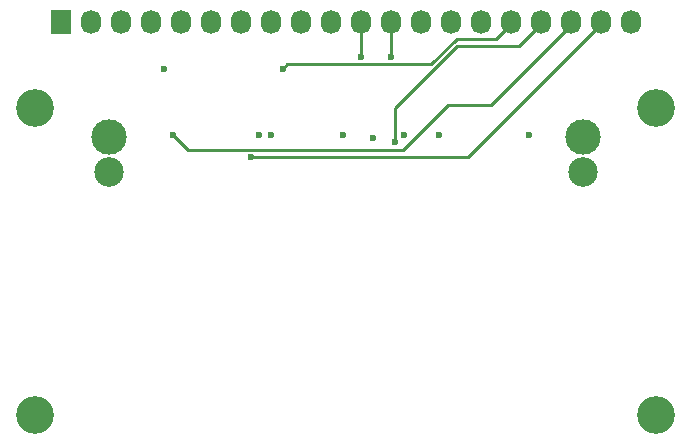
<source format=gbl>
G04 #@! TF.FileFunction,Copper,L4,Bot,Signal*
%FSLAX46Y46*%
G04 Gerber Fmt 4.6, Leading zero omitted, Abs format (unit mm)*
G04 Created by KiCad (PCBNEW (2015-08-16 BZR 6097, Git b384c94)-product) date 1/3/2016 5:05:16 PM*
%MOMM*%
G01*
G04 APERTURE LIST*
%ADD10C,0.100000*%
%ADD11C,3.200000*%
%ADD12R,1.727200X2.032000*%
%ADD13O,1.727200X2.032000*%
%ADD14C,2.500000*%
%ADD15C,3.000000*%
%ADD16C,0.600000*%
%ADD17C,0.254000*%
G04 APERTURE END LIST*
D10*
D11*
X119761000Y-89154000D03*
X172339000Y-89154000D03*
X172339000Y-115189000D03*
D12*
X121920000Y-81915000D03*
D13*
X124460000Y-81915000D03*
X127000000Y-81915000D03*
X129540000Y-81915000D03*
X132080000Y-81915000D03*
X134620000Y-81915000D03*
X137160000Y-81915000D03*
X139700000Y-81915000D03*
X142240000Y-81915000D03*
X144780000Y-81915000D03*
X147320000Y-81915000D03*
X149860000Y-81915000D03*
X152400000Y-81915000D03*
X154940000Y-81915000D03*
X157480000Y-81915000D03*
X160020000Y-81915000D03*
X162560000Y-81915000D03*
X165100000Y-81915000D03*
X167640000Y-81915000D03*
X170180000Y-81915000D03*
D14*
X166121000Y-94613000D03*
X125961000Y-94613000D03*
D15*
X166121000Y-91613000D03*
X125961000Y-91613000D03*
D11*
X119761000Y-115189000D03*
D16*
X130683000Y-85852000D03*
X151003000Y-91440000D03*
X148336000Y-91694000D03*
X139700000Y-91440000D03*
X161544000Y-91440000D03*
X147320000Y-84836000D03*
X149860000Y-84836000D03*
X140716000Y-85852000D03*
X150241000Y-92075000D03*
X131445000Y-91440000D03*
X138049000Y-93345000D03*
X138684000Y-91440000D03*
X145796000Y-91440000D03*
X153924000Y-91440000D03*
D17*
X147320000Y-84836000D02*
X147320000Y-81915000D01*
X149860000Y-84836000D02*
X149860000Y-81915000D01*
X155448000Y-83312000D02*
X158775400Y-83312000D01*
X158775400Y-83312000D02*
X160020000Y-82067400D01*
X160020000Y-82067400D02*
X160020000Y-81915000D01*
X153296999Y-85463001D02*
X155448000Y-83312000D01*
X140716000Y-85852000D02*
X141104999Y-85463001D01*
X141104999Y-85463001D02*
X153296999Y-85463001D01*
X150241000Y-92075000D02*
X150241000Y-89161066D01*
X150241000Y-89161066D02*
X155455066Y-83947000D01*
X155455066Y-83947000D02*
X160680400Y-83947000D01*
X160680400Y-83947000D02*
X162560000Y-82067400D01*
X162560000Y-82067400D02*
X162560000Y-81915000D01*
X165100000Y-81915000D02*
X165100000Y-82169000D01*
X165100000Y-82169000D02*
X158369000Y-88900000D01*
X158369000Y-88900000D02*
X154686000Y-88900000D01*
X154686000Y-88900000D02*
X150876000Y-92710000D01*
X150876000Y-92710000D02*
X132715000Y-92710000D01*
X132715000Y-92710000D02*
X131445000Y-91440000D01*
X164236400Y-85471000D02*
X156362400Y-93345000D01*
X156362400Y-93345000D02*
X138049000Y-93345000D01*
X167640000Y-81915000D02*
X167640000Y-82067400D01*
X167640000Y-82067400D02*
X164236400Y-85471000D01*
M02*

</source>
